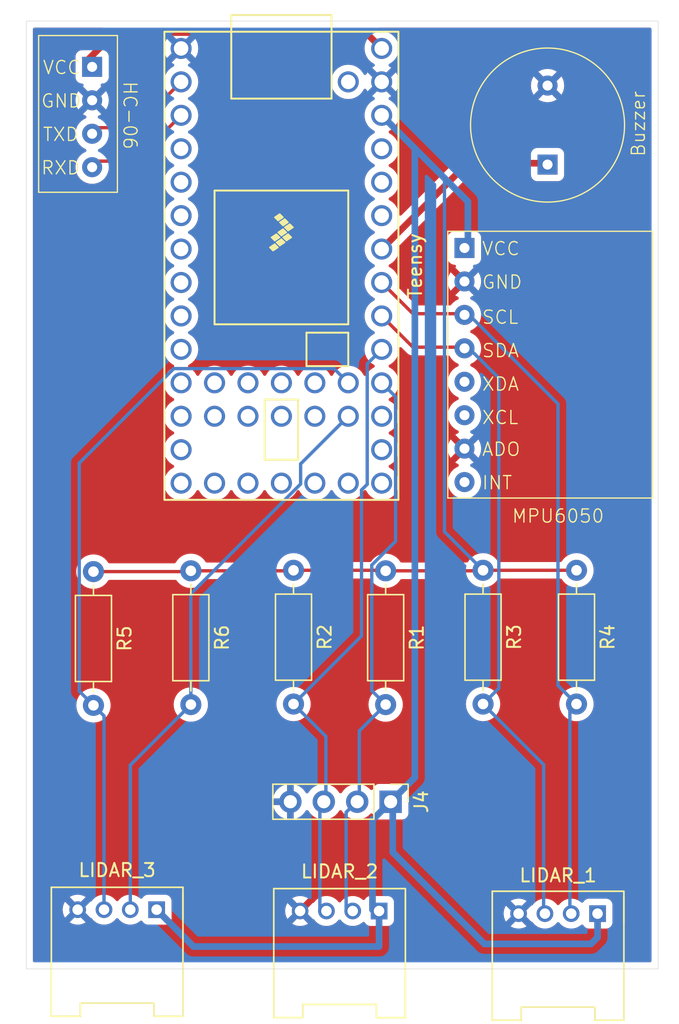
<source format=kicad_pcb>
(kicad_pcb (version 20240108) (generator "pcbnew") (generator_version "8.0")
  (layers (0 "F.Cu" signal "Front") (1 "In1.Cu" signal) (2 "In2.Cu" signal) (31 "B.Cu" signal "Back") (34 "B.Paste" user) (35 "F.Paste" user) (36 "B.SilkS" user "B.Silkscreen") (37 "F.SilkS" user "F.Silkscreen") (38 "B.Mask" user) (39 "F.Mask" user) (44 "Edge.Cuts" user))
  (net 0 "")
  (net 1 "Net-(HC-06_Module1-RXD)")
  (net 2 "Net-(HC-06_Module1-TXD)")
  (net 3 "+5V")
  (net 4 "GND")
  (net 5 "+3V3")
  (net 6 "Net-(J1-Pin_3)")
  (net 7 "Net-(J1-Pin_2)")
  (net 8 "Net-(J2-Pin_3)")
  (net 9 "Net-(J2-Pin_2)")
  (net 10 "Net-(J3-Pin_3)")
  (net 11 "Net-(J3-Pin_2)")
  (net 12 "Net-(J6-Pin_1)")
  (footprint "teensy:Teensy40" (layer "F.Cu") (at 84.38 78.59 -90)
    (property "Reference" "Teensy" (at 0 -10.16 270) (layer "F.SilkS"))
    (property "Value" "Teensy4.0")
    (fp_line (start -17.78 8.89) (end -17.78 -8.89) (stroke (width 0.15)) (layer "F.SilkS"))
    (fp_line (start 17.78 8.89) (end -17.78 8.89) (stroke (width 0.15)) (layer "F.SilkS"))
    (fp_line (start 4.445 5.08) (end -5.715 5.08) (stroke (width 0.15)) (layer "F.SilkS"))
    (fp_line (start 4.445 5.08) (end 4.445 -5.08) (stroke (width 0.15)) (layer "F.SilkS"))
    (fp_line (start -19.05 3.81) (end -19.05 -3.81) (stroke (width 0.15)) (layer "F.SilkS"))
    (fp_line (start -17.78 3.81) (end -19.05 3.81) (stroke (width 0.15)) (layer "F.SilkS"))
    (fp_line (start -12.7 3.81) (end -17.78 3.81) (stroke (width 0.15)) (layer "F.SilkS"))
    (fp_line (start -12.7 3.81) (end -12.7 -3.81) (stroke (width 0.15)) (layer "F.SilkS"))
    (fp_line (start 10.16 1.27) (end 10.16 -1.27) (stroke (width 0.15)) (layer "F.SilkS"))
    (fp_line (start 14.732 1.27) (end 10.16 1.27) (stroke (width 0.15)) (layer "F.SilkS"))
    (fp_line (start 10.16 -1.27) (end 14.732 -1.27) (stroke (width 0.15)) (layer "F.SilkS"))
    (fp_line (start 14.732 -1.27) (end 14.732 1.27) (stroke (width 0.15)) (layer "F.SilkS"))
    (fp_line (start 5.08 -1.905) (end 5.08 -5.08) (stroke (width 0.15)) (layer "F.SilkS"))
    (fp_line (start 7.62 -1.905) (end 5.08 -1.905) (stroke (width 0.15)) (layer "F.SilkS"))
    (fp_line (start -19.05 -3.81) (end -17.78 -3.81) (stroke (width 0.15)) (layer "F.SilkS"))
    (fp_line (start -12.7 -3.81) (end -17.78 -3.81) (stroke (width 0.15)) (layer "F.SilkS"))
    (fp_line (start -5.715 -5.08) (end -5.715 5.08) (stroke (width 0.15)) (layer "F.SilkS"))
    (fp_line (start 4.445 -5.08) (end -5.715 -5.08) (stroke (width 0.15)) (layer "F.SilkS"))
    (fp_line (start 5.08 -5.08) (end 7.62 -5.08) (stroke (width 0.15)) (layer "F.SilkS"))
    (fp_line (start 7.62 -5.08) (end 7.62 -1.905) (stroke (width 0.15)) (layer "F.SilkS"))
    (fp_line (start -17.78 -8.89) (end 17.78 -8.89) (stroke (width 0.15)) (layer "F.SilkS"))
    (fp_line (start 17.78 -8.89) (end 17.78 8.89) (stroke (width 0.15)) (layer "F.SilkS"))
    (fp_poly (pts (xy -1.651 0.508) (xy -1.397 0.254) (xy -1.143 0.635) (xy -1.397 0.889)) (stroke (width 0.1)) (fill solid) (layer "F.SilkS"))
    (fp_poly (pts (xy -2.413 0.381) (xy -2.159 0.127) (xy -1.905 0.508) (xy -2.159 0.762)) (stroke (width 0.1)) (fill solid) (layer "F.SilkS"))
    (fp_poly (pts (xy -3.937 0.127) (xy -3.683 -0.127) (xy -3.429 0.254) (xy -3.683 0.508)) (stroke (width 0.1)) (fill solid) (layer "F.SilkS"))
    (fp_poly (pts (xy -2.032 0) (xy -1.778 -0.254) (xy -1.524 0.127) (xy -1.778 0.381)) (stroke (width 0.1)) (fill solid) (layer "F.SilkS"))
    (fp_poly (pts (xy -2.794 -0.127) (xy -2.54 -0.381) (xy -2.286 0) (xy -2.54 0.254)) (stroke (width 0.1)) (fill solid) (layer "F.SilkS"))
    (fp_poly (pts (xy -3.556 -0.254) (xy -3.302 -0.508) (xy -3.048 -0.127) (xy -3.302 0.127)) (stroke (width 0.1)) (fill solid) (layer "F.SilkS"))
    (fp_poly (pts (xy -2.413 -0.508) (xy -2.159 -0.762) (xy -1.905 -0.381) (xy -2.159 -0.127)) (stroke (width 0.1)) (fill solid) (layer "F.SilkS"))
    (fp_poly (pts (xy -3.175 -0.635) (xy -2.921 -0.889) (xy -2.667 -0.508) (xy -2.921 -0.254)) (stroke (width 0.1)) (fill solid) (layer "F.SilkS"))
    (pad "1" thru_hole circle (at -16.51 7.62 270) (size 1.6 1.6) (drill 1.1) (layers "*.Cu" "*.Mask") (net 4 "GND"))
    (pad "2" thru_hole circle (at -13.97 7.62 270) (size 1.6 1.6) (drill 1.1) (layers "*.Cu" "*.Mask") (net 2 "Net-(HC-06_Module1-TXD)"))
    (pad "3" thru_hole circle (at -11.43 7.62 270) (size 1.6 1.6) (drill 1.1) (layers "*.Cu" "*.Mask") (net 1 "Net-(HC-06_Module1-RXD)"))
    (pad "4" thru_hole circle (at -8.89 7.62 270) (size 1.6 1.6) (drill 1.1) (layers "*.Cu" "*.Mask"))
    (pad "5" thru_hole circle (at -6.35 7.62 270) (size 1.6 1.6) (drill 1.1) (layers "*.Cu" "*.Mask"))
    (pad "6" thru_hole circle (at -3.81 7.62 270) (size 1.6 1.6) (drill 1.1) (layers "*.Cu" "*.Mask"))
    (pad "7" thru_hole circle (at -1.27 7.62 270) (size 1.6 1.6) (drill 1.1) (layers "*.Cu" "*.Mask"))
    (pad "8" thru_hole circle (at 1.27 7.62 270) (size 1.6 1.6) (drill 1.1) (layers "*.Cu" "*.Mask"))
    (pad "9" thru_hole circle (at 3.81 7.62 270) (size 1.6 1.6) (drill 1.1) (layers "*.Cu" "*.Mask"))
    (pad "10" thru_hole circle (at 6.35 7.62 270) (size 1.6 1.6) (drill 1.1) (layers "*.Cu" "*.Mask"))
    (pad "11" thru_hole circle (at 8.89 7.62 270) (size 1.6 1.6) (drill 1.1) (layers "*.Cu" "*.Mask"))
    (pad "12" thru_hole circle (at 11.43 7.62 270) (size 1.6 1.6) (drill 1.1) (layers "*.Cu" "*.Mask"))
    (pad "13" thru_hole circle (at 13.97 7.62 270) (size 1.6 1.6) (drill 1.1) (layers "*.Cu" "*.Mask"))
    (pad "14" thru_hole circle (at 16.51 7.62 270) (size 1.6 1.6) (drill 1.1) (layers "*.Cu" "*.Mask"))
    (pad "15" thru_hole circle (at 16.51 5.08 270) (size 1.6 1.6) (drill 1.1) (layers "*.Cu" "*.Mask"))
    (pad "16" thru_hole circle (at 16.51 2.54 270) (size 1.6 1.6) (drill 1.1) (layers "*.Cu" "*.Mask"))
    (pad "17" thru_hole circle (at 16.51 0 270) (size 1.6 1.6) (drill 1.1) (layers "*.Cu" "*.Mask"))
    (pad "18" thru_hole circle (at 16.51 -2.54 270) (size 1.6 1.6) (drill 1.1) (layers "*.Cu" "*.Mask"))
    (pad "19" thru_hole circle (at 16.51 -5.08 270) (size 1.6 1.6) (drill 1.1) (layers "*.Cu" "*.Mask"))
    (pad "20" thru_hole circle (at 16.51 -7.62 270) (size 1.6 1.6) (drill 1.1) (layers "*.Cu" "*.Mask"))
    (pad "21" thru_hole circle (at 13.97 -7.62 270) (size 1.6 1.6) (drill 1.1) (layers "*.Cu" "*.Mask"))
    (pad "22" thru_hole circle (at 11.43 -7.62 270) (size 1.6 1.6) (drill 1.1) (layers "*.Cu" "*.Mask"))
    (pad "23" thru_hole circle (at 8.89 -7.62 270) (size 1.6 1.6) (drill 1.1) (layers "*.Cu" "*.Mask") (net 9 "Net-(J2-Pin_2)"))
    (pad "24" thru_hole circle (at 6.35 -7.62 270) (size 1.6 1.6) (drill 1.1) (layers "*.Cu" "*.Mask") (net 8 "Net-(J2-Pin_3)"))
    (pad "25" thru_hole circle (at 3.81 -7.62 270) (size 1.6 1.6) (drill 1.1) (layers "*.Cu" "*.Mask") (net 6 "Net-(J1-Pin_3)"))
    (pad "26" thru_hole circle (at 1.27 -7.62 270) (size 1.6 1.6) (drill 1.1) (layers "*.Cu" "*.Mask") (net 7 "Net-(J1-Pin_2)"))
    (pad "27" thru_hole circle (at -1.27 -7.62 270) (size 1.6 1.6) (drill 1.1) (layers "*.Cu" "*.Mask") (net 12 "Net-(J6-Pin_1)"))
    (pad "28" thru_hole circle (at -3.81 -7.62 270) (size 1.6 1.6) (drill 1.1) (layers "*.Cu" "*.Mask"))
    (pad "29" thru_hole circle (at -6.35 -7.62 270) (size 1.6 1.6) (drill 1.1) (layers "*.Cu" "*.Mask"))
    (pad "30" thru_hole circle (at -8.89 -7.62 270) (size 1.6 1.6) (drill 1.1) (layers "*.Cu" "*.Mask"))
    (pad "31" thru_hole circle (at -11.43 -7.62 270) (size 1.6 1.6) (drill 1.1) (layers "*.Cu" "*.Mask") (net 5 "+3V3"))
    (pad "32" thru_hole circle (at -13.97 -7.62 270) (size 1.6 1.6) (drill 1.1) (layers "*.Cu" "*.Mask") (net 4 "GND"))
    (pad "33" thru_hole circle (at -16.51 -7.62 270) (size 1.6 1.6) (drill 1.1) (layers "*.Cu" "*.Mask") (net 3 "+5V"))
    (pad "34" thru_hole circle (at -13.97 -5.08 270) (size 1.6 1.6) (drill 1.1) (layers "*.Cu" "*.Mask"))
    (pad "35" thru_hole circle (at 11.43 -5.08 270) (size 1.6 1.6) (drill 1.1) (layers "*.Cu" "*.Mask") (net 11 "Net-(J3-Pin_2)"))
    (pad "36" thru_hole circle (at 8.89 -5.08 270) (size 1.6 1.6) (drill 1.1) (layers "*.Cu" "*.Mask") (net 10 "Net-(J3-Pin_3)"))
    (pad "37" thru_hole circle (at 11.43 -2.54 270) (size 1.6 1.6) (drill 1.1) (layers "*.Cu" "*.Mask"))
    (pad "38" thru_hole circle (at 8.89 -2.54 270) (size 1.6 1.6) (drill 1.1) (layers "*.Cu" "*.Mask"))
    (pad "39" thru_hole circle (at 11.43 0 270) (size 1.6 1.6) (drill 1.1) (layers "*.Cu" "*.Mask"))
    (pad "40" thru_hole circle (at 8.89 0 270) (size 1.6 1.6) (drill 1.1) (layers "*.Cu" "*.Mask"))
    (pad "41" thru_hole circle (at 11.43 2.54 270) (size 1.6 1.6) (drill 1.1) (layers "*.Cu" "*.Mask"))
    (pad "42" thru_hole circle (at 8.89 2.54 270) (size 1.6 1.6) (drill 1.1) (layers "*.Cu" "*.Mask"))
    (pad "43" thru_hole circle (at 11.43 5.08 270) (size 1.6 1.6) (drill 1.1) (layers "*.Cu" "*.Mask"))
    (pad "44" thru_hole circle (at 8.89 5.08 270) (size 1.6 1.6) (drill 1.1) (layers "*.Cu" "*.Mask"))
  )
  (footprint "Resistor_THT:R_Axial_DIN0207_L6.3mm_D2.5mm_P10.16mm_Horizontal" (layer "F.Cu") (at 92.3 101.76 -90)
    (property "Reference" "R1" (at 5.08 -2.37 90) (layer "F.SilkS"))
    (property "Value" "4.7k")
    (fp_line (start 1.81 1.37) (end 8.35 1.37) (stroke (width 0.12)) (layer "F.SilkS"))
    (fp_line (start 8.35 1.37) (end 8.35 -1.37) (stroke (width 0.12)) (layer "F.SilkS"))
    (fp_line (start 1.04 0) (end 1.81 0) (stroke (width 0.12)) (layer "F.SilkS"))
    (fp_line (start 9.12 0) (end 8.35 0) (stroke (width 0.12)) (layer "F.SilkS"))
    (fp_line (start 1.81 -1.37) (end 1.81 1.37) (stroke (width 0.12)) (layer "F.SilkS"))
    (fp_line (start 8.35 -1.37) (end 1.81 -1.37) (stroke (width 0.12)) (layer "F.SilkS"))
    (pad "1" thru_hole circle (at 0 0 270) (size 1.6 1.6) (drill 0.8) (layers "*.Cu" "*.Mask") (net 5 "+3V3"))
    (pad "2" thru_hole oval (at 10.16 0 270) (size 1.6 1.6) (drill 0.8) (layers "*.Cu" "*.Mask") (net 9 "Net-(J2-Pin_2)"))
  )
  (footprint "Customs:Small_Buzzer" (layer "F.Cu") (at 104.6 67.9 90)
    (property "Reference" "Buzzer" (at 0.1 6.9 90) (layer "F.SilkS") (effects (font (thickness 0.1))))
    (property "Value" "Buzzer")
    (fp_circle (center 0 0) (end 5.85 0) (stroke (width 0.1)) (fill none) (layer "F.SilkS"))
    (pad "1" thru_hole rect (at -3 0 90) (size 1.524 1.524) (drill 0.762) (layers "*.Cu" "*.Mask") (net 12 "Net-(J6-Pin_1)"))
    (pad "2" thru_hole circle (at 3 0 90) (size 1.524 1.524) (drill 0.762) (layers "*.Cu" "*.Mask") (net 4 "GND"))
  )
  (footprint "Customs:HC-06_Module" (layer "F.Cu") (at 68.476 67.163 -90)
    (property "Reference" "HC-06" (at 0 -4.4 270) (layer "F.SilkS") (effects (font (thickness 0.1))))
    (property "Value" "~")
    (fp_line (start -6.063 2.54) (end -6.063 -3.444) (stroke (width 0.1)) (layer "F.SilkS"))
    (fp_line (start 5.842 2.54) (end -6.063 2.54) (stroke (width 0.1)) (layer "F.SilkS"))
    (fp_line (start -6.063 -3.444) (end 5.842 -3.444) (stroke (width 0.1)) (layer "F.SilkS"))
    (fp_line (start 5.842 -3.444) (end 5.842 2.54) (stroke (width 0.1)) (layer "F.SilkS"))
    (fp_text user "TXD" (at 2.032 2.286 0) (layer "F.SilkS") (effects (font (thickness 0.1)) (justify left bottom)))
    (fp_text user "VCC" (at -3.048 2.286 0) (layer "F.SilkS") (effects (font (thickness 0.1)) (justify left bottom)))
    (fp_text user "RXD" (at 4.572 2.413 0) (layer "F.SilkS") (effects (font (thickness 0.1)) (justify left bottom)))
    (fp_text user "GND" (at -0.508 2.413 0) (layer "F.SilkS") (effects (font (thickness 0.1)) (justify left bottom)))
    (pad "1" thru_hole rect (at -3.683 -1.524 270) (size 1.524 1.524) (drill 0.762) (layers "*.Cu" "*.Mask") (net 3 "+5V"))
    (pad "2" thru_hole circle (at -1.143 -1.524 270) (size 1.524 1.524) (drill 0.762) (layers "*.Cu" "*.Mask") (net 4 "GND"))
    (pad "3" thru_hole circle (at 1.397 -1.524 270) (size 1.524 1.524) (drill 0.762) (layers "*.Cu" "*.Mask") (net 2 "Net-(HC-06_Module1-TXD)"))
    (pad "4" thru_hole circle (at 3.937 -1.524 270) (size 1.524 1.524) (drill 0.762) (layers "*.Cu" "*.Mask") (net 1 "Net-(HC-06_Module1-RXD)"))
  )
  (footprint "Resistor_THT:R_Axial_DIN0207_L6.3mm_D2.5mm_P10.16mm_Horizontal" (layer "F.Cu") (at 99.7 101.72 -90)
    (property "Reference" "R3" (at 5.08 -2.37 90) (layer "F.SilkS"))
    (property "Value" "4.7k")
    (fp_line (start 1.81 1.37) (end 8.35 1.37) (stroke (width 0.12)) (layer "F.SilkS"))
    (fp_line (start 8.35 1.37) (end 8.35 -1.37) (stroke (width 0.12)) (layer "F.SilkS"))
    (fp_line (start 1.04 0) (end 1.81 0) (stroke (width 0.12)) (layer "F.SilkS"))
    (fp_line (start 9.12 0) (end 8.35 0) (stroke (width 0.12)) (layer "F.SilkS"))
    (fp_line (start 1.81 -1.37) (end 1.81 1.37) (stroke (width 0.12)) (layer "F.SilkS"))
    (fp_line (start 8.35 -1.37) (end 1.81 -1.37) (stroke (width 0.12)) (layer "F.SilkS"))
    (pad "1" thru_hole circle (at 0 0 270) (size 1.6 1.6) (drill 0.8) (layers "*.Cu" "*.Mask") (net 5 "+3V3"))
    (pad "2" thru_hole oval (at 10.16 0 270) (size 1.6 1.6) (drill 0.8) (layers "*.Cu" "*.Mask") (net 6 "Net-(J1-Pin_3)"))
  )
  (footprint "OPL_Connector:GROVE-HW4-2.0-90D" (layer "F.Cu") (at 71.9 130.7 180)
    (property "Reference" "LIDAR_3" (at 0 6.2 0) (layer "F.SilkS"))
    (property "Value" "Lidar_3")
    (fp_line (start 5 4.9) (end -5 4.9) (stroke (width 0.127)) (layer "F.SilkS"))
    (fp_line (start 5 -4.9) (end 5 4.9) (stroke (width 0.127)) (layer "F.SilkS"))
    (fp_line (start 2.79908 -3.8989) (end 2.79908 -4.9) (stroke (width 0.127)) (layer "F.SilkS"))
    (fp_line (start 2.79908 -4.9) (end 5 -4.9) (stroke (width 0.127)) (layer "F.SilkS"))
    (fp_line (start -2.79908 -3.9) (end 2.79908 -3.9) (stroke (width 0.127)) (layer "F.SilkS"))
    (fp_line (start -2.8 -4.9) (end -2.8 -3.8989) (stroke (width 0.127)) (layer "F.SilkS"))
    (fp_line (start -4.99872 2.5019) (end -4.99872 4.49834) (stroke (width 0.127)) (layer "F.SilkS"))
    (fp_line (start -5 -4.9) (end -5 4.9) (stroke (width 0.127)) (layer "F.SilkS"))
    (fp_line (start -5.00092 -4.9) (end -2.8 -4.9) (stroke (width 0.127)) (layer "F.SilkS"))
    (pad "1" thru_hole rect (at -2.99974 3.20012 180) (size 1.27 1.27) (drill 0.79756) (layers "*.Cu" "*.Mask") (net 5 "+3V3"))
    (pad "2" thru_hole circle (at -0.99822 3.2 180) (size 1.27 1.27) (drill 0.79756) (layers "*.Cu" "*.Mask") (net 11 "Net-(J3-Pin_2)"))
    (pad "3" thru_hole circle (at 0.99822 3.2 180) (size 1.27 1.27) (drill 0.79756) (layers "*.Cu" "*.Mask") (net 10 "Net-(J3-Pin_3)"))
    (pad "4" thru_hole circle (at 2.99974 3.2 180) (size 1.27 1.27) (drill 0.79756) (layers "*.Cu" "*.Mask") (net 4 "GND"))
  )
  (footprint "Resistor_THT:R_Axial_DIN0207_L6.3mm_D2.5mm_P10.16mm_Horizontal" (layer "F.Cu") (at 106.8 101.72 -90)
    (property "Reference" "R4" (at 5.08 -2.37 90) (layer "F.SilkS"))
    (property "Value" "4.7k")
    (fp_line (start 1.81 1.37) (end 8.35 1.37) (stroke (width 0.12)) (layer "F.SilkS"))
    (fp_line (start 8.35 1.37) (end 8.35 -1.37) (stroke (width 0.12)) (layer "F.SilkS"))
    (fp_line (start 1.04 0) (end 1.81 0) (stroke (width 0.12)) (layer "F.SilkS"))
    (fp_line (start 9.12 0) (end 8.35 0) (stroke (width 0.12)) (layer "F.SilkS"))
    (fp_line (start 1.81 -1.37) (end 1.81 1.37) (stroke (width 0.12)) (layer "F.SilkS"))
    (fp_line (start 8.35 -1.37) (end 1.81 -1.37) (stroke (width 0.12)) (layer "F.SilkS"))
    (pad "1" thru_hole circle (at 0 0 270) (size 1.6 1.6) (drill 0.8) (layers "*.Cu" "*.Mask") (net 5 "+3V3"))
    (pad "2" thru_hole oval (at 10.16 0 270) (size 1.6 1.6) (drill 0.8) (layers "*.Cu" "*.Mask") (net 7 "Net-(J1-Pin_2)"))
  )
  (footprint "Connector_PinHeader_2.54mm:PinHeader_1x04_P2.54mm_Vertical" (layer "F.Cu") (at 92.68 119.3 -90)
    (property "Reference" "J4" (at 0 -2.33 90) (layer "F.SilkS"))
    (property "Value" "IMU_2")
    (fp_line (start -1.33 8.95) (end 1.33 8.95) (stroke (width 0.12)) (layer "F.SilkS"))
    (fp_line (start -1.33 1.27) (end -1.33 8.95) (stroke (width 0.12)) (layer "F.SilkS"))
    (fp_line (start -1.33 1.27) (end 1.33 1.27) (stroke (width 0.12)) (layer "F.SilkS"))
    (fp_line (start 1.33 1.27) (end 1.33 8.95) (stroke (width 0.12)) (layer "F.SilkS"))
    (fp_line (start -1.33 0) (end -1.33 -1.33) (stroke (width 0.12)) (layer "F.SilkS"))
    (fp_line (start -1.33 -1.33) (end 0 -1.33) (stroke (width 0.12)) (layer "F.SilkS"))
    (pad "1" thru_hole rect (at 0 0 270) (size 1.7 1.7) (drill 1) (layers "*.Cu" "*.Mask") (net 5 "+3V3"))
    (pad "2" thru_hole oval (at 0 2.54 270) (size 1.7 1.7) (drill 1) (layers "*.Cu" "*.Mask") (net 9 "Net-(J2-Pin_2)"))
    (pad "3" thru_hole oval (at 0 5.08 270) (size 1.7 1.7) (drill 1) (layers "*.Cu" "*.Mask") (net 8 "Net-(J2-Pin_3)"))
    (pad "4" thru_hole oval (at 0 7.62 270) (size 1.7 1.7) (drill 1) (layers "*.Cu" "*.Mask") (net 4 "GND"))
  )
  (footprint "Resistor_THT:R_Axial_DIN0207_L6.3mm_D2.5mm_P10.16mm_Horizontal" (layer "F.Cu") (at 85.3 101.72 -90)
    (property "Reference" "R2" (at 5.08 -2.37 90) (layer "F.SilkS"))
    (property "Value" "4.7k")
    (fp_line (start 1.81 1.37) (end 8.35 1.37) (stroke (width 0.12)) (layer "F.SilkS"))
    (fp_line (start 8.35 1.37) (end 8.35 -1.37) (stroke (width 0.12)) (layer "F.SilkS"))
    (fp_line (start 1.04 0) (end 1.81 0) (stroke (width 0.12)) (layer "F.SilkS"))
    (fp_line (start 9.12 0) (end 8.35 0) (stroke (width 0.12)) (layer "F.SilkS"))
    (fp_line (start 1.81 -1.37) (end 1.81 1.37) (stroke (width 0.12)) (layer "F.SilkS"))
    (fp_line (start 8.35 -1.37) (end 1.81 -1.37) (stroke (width 0.12)) (layer "F.SilkS"))
    (pad "1" thru_hole circle (at 0 0 270) (size 1.6 1.6) (drill 0.8) (layers "*.Cu" "*.Mask") (net 5 "+3V3"))
    (pad "2" thru_hole oval (at 10.16 0 270) (size 1.6 1.6) (drill 0.8) (layers "*.Cu" "*.Mask") (net 8 "Net-(J2-Pin_3)"))
  )
  (footprint "Customs:MPU6050_Module" (layer "F.Cu") (at 104.63994 83.589075)
    (property "Reference" "MPU6050" (at 0.76006 14.010925 0) (layer "F.SilkS") (effects (font (thickness 0.1))))
    (property "Value" "~")
    (fp_line (start -7.62 -7.62) (end 7.94012 -7.62) (stroke (width 0.1)) (layer "F.SilkS"))
    (fp_line (start -7.62 12.64185) (end -7.62 -7.62) (stroke (width 0.1)) (layer "F.SilkS"))
    (fp_line (start 7.94012 -7.62) (end 7.94012 12.64185) (stroke (width 0.1)) (layer "F.SilkS"))
    (fp_line (start 7.94012 12.64185) (end -7.62 12.64185) (stroke (width 0.1)) (layer "F.SilkS"))
    (fp_text user "XDA" (at -5.08 4.572 0) (layer "F.SilkS") (effects (font (thickness 0.1)) (justify left bottom)))
    (fp_text user "SCL" (at -5.08 -0.508 0) (layer "F.SilkS") (effects (font (thickness 0.1)) (justify left bottom)))
    (fp_text user "GND" (at -5.08 -3.175 0) (layer "F.SilkS") (effects (font (thickness 0.1)) (justify left bottom)))
    (fp_text user "VCC" (at -5.08 -5.715 0) (layer "F.SilkS") (effects (font (thickness 0.1)) (justify left bottom)))
    (fp_text user "XCL" (at -5.08 7.112 0) (layer "F.SilkS") (effects (font (thickness 0.1)) (justify left bottom)))
    (fp_text user "SDA" (at -5.08 2.032 0) (layer "F.SilkS") (effects (font (thickness 0.1)) (justify left bottom)))
    (fp_text user "INT" (at -5.08 12.065 0) (layer "F.SilkS") (effects (font (thickness 0.1)) (justify left bottom)))
    (fp_text user "ADO" (at -5.08 9.525 0) (layer "F.SilkS") (effects (font (thickness 0.1)) (justify left bottom)))
    (pad "1" thru_hole rect (at -6.35 -6.35) (size 1.524 1.524) (drill 0.762) (layers "*.Cu" "*.Mask") (net 5 "+3V3"))
    (pad "2" thru_hole circle (at -6.35 -3.81) (size 1.524 1.524) (drill 0.762) (layers "*.Cu" "*.Mask") (net 4 "GND"))
    (pad "3" thru_hole circle (at -6.35 -1.27) (size 1.524 1.524) (drill 0.762) (layers "*.Cu" "*.Mask") (net 7 "Net-(J1-Pin_2)"))
    (pad "4" thru_hole circle (at -6.35 1.27) (size 1.524 1.524) (drill 0.762) (layers "*.Cu" "*.Mask") (net 6 "Net-(J1-Pin_3)"))
    (pad "5" thru_hole circle (at -6.35 3.81) (size 1.524 1.524) (drill 0.762) (layers "*.Cu" "*.Mask"))
    (pad "6" thru_hole circle (at -6.35 6.35) (size 1.524 1.524) (drill 0.762) (layers "*.Cu" "*.Mask"))
    (pad "7" thru_hole circle (at -6.35 8.89) (size 1.524 1.524) (drill 0.762) (layers "*.Cu" "*.Mask") (net 4 "GND"))
    (pad "8" thru_hole circle (at -6.35 11.43) (size 1.524 1.524) (drill 0.762) (layers "*.Cu" "*.Mask"))
  )
  (footprint "Resistor_THT:R_Axial_DIN0207_L6.3mm_D2.5mm_P10.16mm_Horizontal" (layer "F.Cu") (at 70.1 101.82 -90)
    (property "Reference" "R5" (at 5.08 -2.37 90) (layer "F.SilkS"))
    (property "Value" "4.7k")
    (fp_line (start 1.81 1.37) (end 8.35 1.37) (stroke (width 0.12)) (layer "F.SilkS"))
    (fp_line (start 8.35 1.37) (end 8.35 -1.37) (stroke (width 0.12)) (layer "F.SilkS"))
    (fp_line (start 1.04 0) (end 1.81 0) (stroke (width 0.12)) (layer "F.SilkS"))
    (fp_line (start 9.12 0) (end 8.35 0) (stroke (width 0.12)) (layer "F.SilkS"))
    (fp_line (start 1.81 -1.37) (end 1.81 1.37) (stroke (width 0.12)) (layer "F.SilkS"))
    (fp_line (start 8.35 -1.37) (end 1.81 -1.37) (stroke (width 0.12)) (layer "F.SilkS"))
    (pad "1" thru_hole circle (at 0 0 270) (size 1.6 1.6) (drill 0.8) (layers "*.Cu" "*.Mask") (net 5 "+3V3"))
    (pad "2" thru_hole oval (at 10.16 0 270) (size 1.6 1.6) (drill 0.8) (layers "*.Cu" "*.Mask") (net 10 "Net-(J3-Pin_3)"))
  )
  (footprint "OPL_Connector:GROVE-HW4-2.0-90D" (layer "F.Cu") (at 88.80026 130.80012 180)
    (property "Reference" "LIDAR_2" (at 0 6.20012 0) (layer "F.SilkS"))
    (property "Value" "Lidar_2")
    (fp_line (start 5 4.9) (end -5 4.9) (stroke (width 0.127)) (layer "F.SilkS"))
    (fp_line (start 5 -4.9) (end 5 4.9) (stroke (width 0.127)) (layer "F.SilkS"))
    (fp_line (start 2.79908 -3.8989) (end 2.79908 -4.9) (stroke (width 0.127)) (layer "F.SilkS"))
    (fp_line (start 2.79908 -4.9) (end 5 -4.9) (stroke (width 0.127)) (layer "F.SilkS"))
    (fp_line (start -2.79908 -3.9) (end 2.79908 -3.9) (stroke (width 0.127)) (layer "F.SilkS"))
    (fp_line (start -2.8 -4.9) (end -2.8 -3.8989) (stroke (width 0.127)) (layer "F.SilkS"))
    (fp_line (start -4.99872 2.5019) (end -4.99872 4.49834) (stroke (width 0.127)) (layer "F.SilkS"))
    (fp_line (start -5 -4.9) (end -5 4.9) (stroke (width 0.127)) (layer "F.SilkS"))
    (fp_line (start -5.00092 -4.9) (end -2.8 -4.9) (stroke (width 0.127)) (layer "F.SilkS"))
    (pad "1" thru_hole rect (at -2.99974 3.20012 180) (size 1.27 1.27) (drill 0.79756) (layers "*.Cu" "*.Mask") (net 5 "+3V3"))
    (pad "2" thru_hole circle (at -0.99822 3.2 180) (size 1.27 1.27) (drill 0.79756) (layers "*.Cu" "*.Mask") (net 9 "Net-(J2-Pin_2)"))
    (pad "3" thru_hole circle (at 0.99822 3.2 180) (size 1.27 1.27) (drill 0.79756) (layers "*.Cu" "*.Mask") (net 8 "Net-(J2-Pin_3)"))
    (pad "4" thru_hole circle (at 2.99974 3.2 180) (size 1.27 1.27) (drill 0.79756) (layers "*.Cu" "*.Mask") (net 4 "GND"))
  )
  (footprint "OPL_Connector:GROVE-HW4-2.0-90D" (layer "F.Cu") (at 105.4 131 180)
    (property "Reference" "LIDAR_1" (at 0 6.1 0) (layer "F.SilkS"))
    (property "Value" "Lidar_1")
    (fp_line (start 5 4.9) (end -5 4.9) (stroke (width 0.127)) (layer "F.SilkS"))
    (fp_line (start 5 -4.9) (end 5 4.9) (stroke (width 0.127)) (layer "F.SilkS"))
    (fp_line (start 2.79908 -3.8989) (end 2.79908 -4.9) (stroke (width 0.127)) (layer "F.SilkS"))
    (fp_line (start 2.79908 -4.9) (end 5 -4.9) (stroke (width 0.127)) (layer "F.SilkS"))
    (fp_line (start -2.79908 -3.9) (end 2.79908 -3.9) (stroke (width 0.127)) (layer "F.SilkS"))
    (fp_line (start -2.8 -4.9) (end -2.8 -3.8989) (stroke (width 0.127)) (layer "F.SilkS"))
    (fp_line (start -4.99872 2.5019) (end -4.99872 4.49834) (stroke (width 0.127)) (layer "F.SilkS"))
    (fp_line (start -5 -4.9) (end -5 4.9) (stroke (width 0.127)) (layer "F.SilkS"))
    (fp_line (start -5.00092 -4.9) (end -2.8 -4.9) (stroke (width 0.127)) (layer "F.SilkS"))
    (pad "1" thru_hole rect (at -2.99974 3.20012 180) (size 1.27 1.27) (drill 0.79756) (layers "*.Cu" "*.Mask") (net 5 "+3V3"))
    (pad "2" thru_hole circle (at -0.99822 3.2 180) (size 1.27 1.27) (drill 0.79756) (layers "*.Cu" "*.Mask") (net 7 "Net-(J1-Pin_2)"))
    (pad "3" thru_hole circle (at 0.99822 3.2 180) (size 1.27 1.27) (drill 0.79756) (layers "*.Cu" "*.Mask") (net 6 "Net-(J1-Pin_3)"))
    (pad "4" thru_hole circle (at 2.99974 3.2 180) (size 1.27 1.27) (drill 0.79756) (layers "*.Cu" "*.Mask") (net 4 "GND"))
  )
  (footprint "Resistor_THT:R_Axial_DIN0207_L6.3mm_D2.5mm_P10.16mm_Horizontal" (layer "F.Cu") (at 77.5 101.76 -90)
    (property "Reference" "R6" (at 5.08 -2.37 90) (layer "F.SilkS"))
    (property "Value" "4.7k")
    (fp_line (start 1.81 1.37) (end 8.35 1.37) (stroke (width 0.12)) (layer "F.SilkS"))
    (fp_line (start 8.35 1.37) (end 8.35 -1.37) (stroke (width 0.12)) (layer "F.SilkS"))
    (fp_line (start 1.04 0) (end 1.81 0) (stroke (width 0.12)) (layer "F.SilkS"))
    (fp_line (start 9.12 0) (end 8.35 0) (stroke (width 0.12)) (layer "F.SilkS"))
    (fp_line (start 1.81 -1.37) (end 1.81 1.37) (stroke (width 0.12)) (layer "F.SilkS"))
    (fp_line (start 8.35 -1.37) (end 1.81 -1.37) (stroke (width 0.12)) (layer "F.SilkS"))
    (pad "1" thru_hole circle (at 0 0 270) (size 1.6 1.6) (drill 0.8) (layers "*.Cu" "*.Mask") (net 5 "+3V3"))
    (pad "2" thru_hole oval (at 10.16 0 270) (size 1.6 1.6) (drill 0.8) (layers "*.Cu" "*.Mask") (net 11 "Net-(J3-Pin_2)"))
  )
  (gr_rect (start 65 60) (end 113 132) (stroke (width 0.0381)) (fill none) (layer "Edge.Cuts"))
  (segment (start 69.6 70.64) (end 73.28 70.64) (width 0.254) (layer "F.Cu") (net 1))
  (segment (start 73.28 70.64) (end 76.76 67.16) (width 0.254) (layer "F.Cu") (net 1))
  (segment (start 73.28 68.1) (end 76.76 64.62) (width 0.254) (layer "F.Cu") (net 2))
  (segment (start 69.6 68.1) (end 73.28 68.1) (width 0.254) (layer "F.Cu") (net 2))
  (segment (start 71.7464 60.8736) (end 90.7936 60.8736) (width 0.508) (layer "F.Cu") (net 3))
  (segment (start 69.6 63.02) (end 71.7464 60.8736) (width 0.508) (layer "F.Cu") (net 3))
  (segment (start 90.7936 60.8736) (end 92 62.08) (width 0.508) (layer "F.Cu") (net 3))
  (segment (start 77.5 101.76) (end 85.26 101.76) (width 0.254) (layer "F.Cu") (net 5))
  (segment (start 77.44 101.82) (end 77.5 101.76) (width 0.254) (layer "F.Cu") (net 5))
  (segment (start 70.1 101.82) (end 77.44 101.82) (width 0.254) (layer "F.Cu") (net 5))
  (segment (start 99.66 101.76) (end 99.7 101.72) (width 0.254) (layer "F.Cu") (net 5))
  (segment (start 99.7 101.72) (end 106.8 101.72) (width 0.254) (layer "F.Cu") (net 5))
  (segment (start 92.26 101.72) (end 92.3 101.76) (width 0.254) (layer "F.Cu") (net 5))
  (segment (start 85.26 101.76) (end 85.3 101.72) (width 0.254) (layer "F.Cu") (net 5))
  (segment (start 92.3 101.76) (end 99.66 101.76) (width 0.254) (layer "F.Cu") (net 5))
  (segment (start 85.3 101.72) (end 92.26 101.72) (width 0.254) (layer "F.Cu") (net 5))
  (segment (start 99.7 101.72) (end 96.77 98.79) (width 0.254) (layer "B.Cu") (net 5))
  (segment (start 92.3 101.76) (end 92.46 101.6) (width 0.254) (layer "B.Cu") (net 5))
  (segment (start 98.55 77.15) (end 98.55 73.71) (width 0.508) (layer "B.Cu") (net 5))
  (segment (start 92.68 119.3) (end 94.52 117.46) (width 0.508) (layer "B.Cu") (net 5))
  (segment (start 92.84 123.14) (end 92.84 119.1) (width 0.508) (layer "B.Cu") (net 5))
  (segment (start 91.29974 127.49976) (end 91.29974 120.64026) (width 0.508) (layer "B.Cu") (net 5))
  (segment (start 94.52 117.46) (end 94.52 69.68) (width 0.508) (layer "B.Cu") (net 5))
  (segment (start 92.84 120.204) (end 92.84 119.1) (width 0.254) (layer "B.Cu") (net 5))
  (segment (start 96.77 71.93) (end 94.52 69.68) (width 0.508) (layer "B.Cu") (net 5))
  (segment (start 77.69986 130.3) (end 91.8 130.3) (width 0.508) (layer "B.Cu") (net 5))
  (segment (start 108.39974 127.79988) (end 108.39974 129.60026) (width 0.508) (layer "B.Cu") (net 5))
  (segment (start 94.52 69.68) (end 92 67.16) (width 0.508) (layer "B.Cu") (net 5))
  (segment (start 108.39974 129.60026) (end 107.9 130.1) (width 0.508) (layer "B.Cu") (net 5))
  (segment (start 74.89974 127.49988) (end 77.69986 130.3) (width 0.508) (layer "B.Cu") (net 5))
  (segment (start 91.33974 120.64026) (end 92.68 119.3) (width 0.508) (layer "B.Cu") (net 5))
  (segment (start 98.55 73.71) (end 96.77 71.93) (width 0.508) (layer "B.Cu") (net 5))
  (segment (start 91.8 130.3) (end 91.8 127.6) (width 0.508) (layer "B.Cu") (net 5))
  (segment (start 91.29974 120.64026) (end 91.33974 120.64026) (width 0.508) (layer "B.Cu") (net 5))
  (segment (start 107.9 130.1) (end 99.8 130.1) (width 0.508) (layer "B.Cu") (net 5))
  (segment (start 92.84 119.1) (end 93.354 118.586) (width 0.254) (layer "B.Cu") (net 5))
  (segment (start 96.77 98.79) (end 96.77 71.93) (width 0.254) (layer "B.Cu") (net 5))
  (segment (start 99.8 130.1) (end 92.84 123.14) (width 0.508) (layer "B.Cu") (net 5))
  (segment (start 94.37 84.77) (end 92 82.4) (width 0.254) (layer "F.Cu") (net 6))
  (segment (start 98.55 84.77) (end 94.37 84.77) (width 0.254) (layer "F.Cu") (net 6))
  (segment (start 104.30178 127.5) (end 104.30178 116.48178) (width 0.254) (layer "B.Cu") (net 6))
  (segment (start 99.7 111.88) (end 100.9 110.68) (width 0.254) (layer "B.Cu") (net 6))
  (segment (start 100.9 87.12) (end 98.55 84.77) (width 0.254) (layer "B.Cu") (net 6))
  (segment (start 100.9 110.68) (end 100.9 87.12) (width 0.254) (layer "B.Cu") (net 6))
  (segment (start 104.30178 116.48178) (end 99.7 111.88) (width 0.254) (layer "B.Cu") (net 6))
  (segment (start 98.55 82.23) (end 94.37 82.23) (width 0.254) (layer "F.Cu") (net 7))
  (segment (start 94.37 82.23) (end 92 79.86) (width 0.254) (layer "F.Cu") (net 7))
  (segment (start 105.39374 89.07374) (end 98.55 82.23) (width 0.254) (layer "B.Cu") (net 7))
  (segment (start 105.39374 110.47374) (end 105.39374 89.07374) (width 0.254) (layer "B.Cu") (net 7))
  (segment (start 106.29822 112.38178) (end 106.8 111.88) (width 0.254) (layer "B.Cu") (net 7))
  (segment (start 106.29822 127.5) (end 106.29822 112.38178) (width 0.254) (layer "B.Cu") (net 7))
  (segment (start 106.8 111.88) (end 105.39374 110.47374) (width 0.254) (layer "B.Cu") (net 7))
  (segment (start 90.9 86.04) (end 92 84.94) (width 0.254) (layer "B.Cu") (net 8))
  (segment (start 90.4666 95.619903) (end 90.9 95.186503) (width 0.254) (layer "B.Cu") (net 8))
  (segment (start 87.30178 127.49988) (end 87.30178 119.55822) (width 0.254) (layer "B.Cu") (net 8))
  (segment (start 90.4666 106.7134) (end 90.4666 95.619903) (width 0.254) (layer "B.Cu") (net 8))
  (segment (start 87.76 114.34) (end 85.3 111.88) (width 0.254) (layer "B.Cu") (net 8))
  (segment (start 87.76 119.1) (end 87.76 114.34) (width 0.254) (layer "B.Cu") (net 8))
  (segment (start 90.9 95.186503) (end 90.9 86.04) (width 0.254) (layer "B.Cu") (net 8))
  (segment (start 87.30178 119.55822) (end 87.76 119.1) (width 0.254) (layer "B.Cu") (net 8))
  (segment (start 85.3 111.88) (end 90.4666 106.7134) (width 0.254) (layer "B.Cu") (net 8))
  (segment (start 91.246 101.323418) (end 93.054 99.515418) (width 0.254) (layer "B.Cu") (net 9))
  (segment (start 93.054 99.515418) (end 93.054 88.534) (width 0.254) (layer "B.Cu") (net 9))
  (segment (start 93.054 88.534) (end 92 87.48) (width 0.254) (layer "B.Cu") (net 9))
  (segment (start 92.3 111.92) (end 91.246 110.866) (width 0.254) (layer "B.Cu") (net 9))
  (segment (start 91.246 110.866) (end 91.246 101.323418) (width 0.254) (layer "B.Cu") (net 9))
  (segment (start 89.29822 120.10178) (end 90.3 119.1) (width 0.254) (layer "B.Cu") (net 9))
  (segment (start 90.3 113.92) (end 92.3 111.92) (width 0.254) (layer "B.Cu") (net 9))
  (segment (start 90.3 119.1) (end 90.3 113.92) (width 0.254) (layer "B.Cu") (net 9))
  (segment (start 89.29822 127.49988) (end 89.29822 120.10178) (width 0.254) (layer "B.Cu") (net 9))
  (segment (start 70.1 111.98) (end 69.0206 110.9006) (width 0.254) (layer "B.Cu") (net 10))
  (segment (start 88.38 86.4) (end 89.46 87.48) (width 0.254) (layer "B.Cu") (net 10))
  (segment (start 76.2 86.4) (end 88.38 86.4) (width 0.254) (layer "B.Cu") (net 10))
  (segment (start 69.0206 110.9006) (end 69.0206 93.5794) (width 0.254) (layer "B.Cu") (net 10))
  (segment (start 70.90178 112.78178) (end 70.1 111.98) (width 0.254) (layer "B.Cu") (net 10))
  (segment (start 70.90178 127.5) (end 70.90178 112.78178) (width 0.254) (layer "B.Cu") (net 10))
  (segment (start 69.0206 93.5794) (end 76.2 86.4) (width 0.254) (layer "B.Cu") (net 10))
  (segment (start 72.89822 127.5) (end 72.89822 116.52178) (width 0.254) (layer "B.Cu") (net 11))
  (segment (start 85.8406 95.165903) (end 85.8406 93.6394) (width 0.254) (layer "B.Cu") (net 11))
  (segment (start 85.8406 93.6394) (end 89.46 90.02) (width 0.254) (layer "B.Cu") (net 11))
  (segment (start 77.5 111.92) (end 77.5 103.506503) (width 0.254) (layer "B.Cu") (net 11))
  (segment (start 72.89822 116.52178) (end 77.5 111.92) (width 0.254) (layer "B.Cu") (net 11))
  (segment (start 77.5 103.506503) (end 85.8406 95.165903) (width 0.254) (layer "B.Cu") (net 11))
  (segment (start 98.52 70.8) (end 92 77.32) (width 0.508) (layer "F.Cu") (net 12))
  (segment (start 105.1 70.8) (end 98.52 70.8) (width 0.508) (layer "F.Cu") (net 12))
  (zone (net 4) (net_name "GND") (layers "F&B.Cu") (connect_pads (clearance 0.5)) (min_thickness 0.25) (fill yes (thermal_gap 0.5) (thermal_bridge_width 0.5))
    (polygon (pts (xy 63.5 58.4) (xy 63 134.8) (xy 114.1 135) (xy 114.6 58.5)))
  )
)
</source>
